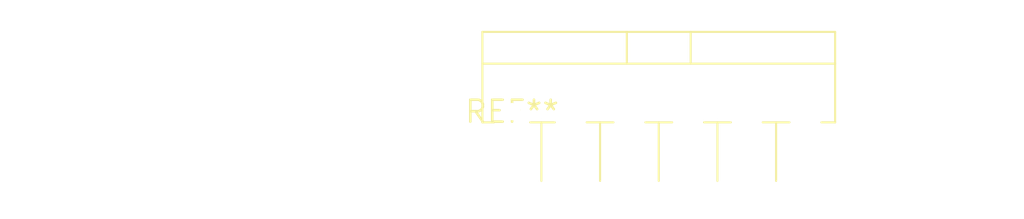
<source format=kicad_pcb>
(kicad_pcb (version 20240108) (generator pcbnew)
  (layers (0 "F.Cu" signal) (31 "B.Cu" signal) (34 "B.Paste" user) (35 "F.Paste" user) (36 "B.SilkS" user "B.Silkscreen") (37 "F.SilkS" user "F.Silkscreen") (38 "B.Mask" user) (39 "F.Mask" user) (44 "Edge.Cuts" user))
  (net 0 "")
  (footprint "TO-220-11_P3.4x5.08mm_StaggerEven_Lead4.58mm_Vertical" (layer "F.Cu") (at 0 0)
    (property "Reference" "REF**")
    (property "Value" "TO-220-11_P3.4x5.08mm_StaggerEven_Lead4.58mm_Vertical")
    (fp_line (start -1.72 -4.62) (end -1.72 0.621) (layer "F.SilkS") (stroke (width 0.12)))
    (fp_line (start -1.72 -4.62) (end 18.72 -4.62) (layer "F.SilkS") (stroke (width 0.12)))
    (fp_line (start -1.72 -2.78) (end 18.72 -2.78) (layer "F.SilkS") (stroke (width 0.12)))
    (fp_line (start -1.72 0.621) (end -1.05 0.621) (layer "F.SilkS") (stroke (width 0.12)))
    (fp_line (start 1.05 0.621) (end 2.476 0.621) (layer "F.SilkS") (stroke (width 0.12)))
    (fp_line (start 1.7 0.621) (end 1.7 4.015) (layer "F.SilkS") (stroke (width 0.12)))
    (fp_line (start 4.325 0.621) (end 5.876 0.621) (layer "F.SilkS") (stroke (width 0.12)))
    (fp_line (start 5.1 0.621) (end 5.1 4.015) (layer "F.SilkS") (stroke (width 0.12)))
    (fp_line (start 6.65 -4.62) (end 6.65 -2.78) (layer "F.SilkS") (stroke (width 0.12)))
    (fp_line (start 7.725 0.621) (end 9.276 0.621) (layer "F.SilkS") (stroke (width 0.12)))
    (fp_line (start 8.5 0.621) (end 8.5 4.015) (layer "F.SilkS") (stroke (width 0.12)))
    (fp_line (start 10.35 -4.62) (end 10.35 -2.78) (layer "F.SilkS") (stroke (width 0.12)))
    (fp_line (start 11.125 0.621) (end 12.676 0.621) (layer "F.SilkS") (stroke (width 0.12)))
    (fp_line (start 11.9 0.621) (end 11.9 4.015) (layer "F.SilkS") (stroke (width 0.12)))
    (fp_line (start 14.525 0.621) (end 16.076 0.621) (layer "F.SilkS") (stroke (width 0.12)))
    (fp_line (start 15.3 0.621) (end 15.3 4.015) (layer "F.SilkS") (stroke (width 0.12)))
    (fp_line (start 17.925 0.621) (end 18.72 0.621) (layer "F.SilkS") (stroke (width 0.12)))
    (fp_line (start 18.72 -4.62) (end 18.72 0.621) (layer "F.SilkS") (stroke (width 0.12)))
    (pad "1" thru_hole rect (at 0 0) (size 1.8 1.8) (drill 1) (layers *.Cu *.Mask) (remove_unused_layers))
    (pad "2" thru_hole oval (at 1.7 5.08) (size 1.8 1.8) (drill 1) (layers *.Cu *.Mask) (remove_unused_layers))
    (pad "3" thru_hole oval (at 3.4 0) (size 1.8 1.8) (drill 1) (layers *.Cu *.Mask) (remove_unused_layers))
    (pad "4" thru_hole oval (at 5.1 5.08) (size 1.8 1.8) (drill 1) (layers *.Cu *.Mask) (remove_unused_layers))
    (pad "5" thru_hole oval (at 6.8 0) (size 1.8 1.8) (drill 1) (layers *.Cu *.Mask) (remove_unused_layers))
    (pad "6" thru_hole oval (at 8.5 5.08) (size 1.8 1.8) (drill 1) (layers *.Cu *.Mask) (remove_unused_layers))
    (pad "7" thru_hole oval (at 10.2 0) (size 1.8 1.8) (drill 1) (layers *.Cu *.Mask) (remove_unused_layers))
    (pad "8" thru_hole oval (at 11.9 5.08) (size 1.8 1.8) (drill 1) (layers *.Cu *.Mask) (remove_unused_layers))
    (pad "9" thru_hole oval (at 13.6 0) (size 1.8 1.8) (drill 1) (layers *.Cu *.Mask) (remove_unused_layers))
    (pad "10" thru_hole oval (at 15.3 5.08) (size 1.8 1.8) (drill 1) (layers *.Cu *.Mask) (remove_unused_layers))
    (pad "11" thru_hole oval (at 17 0) (size 1.8 1.8) (drill 1) (layers *.Cu *.Mask) (remove_unused_layers))
  )
)
</source>
